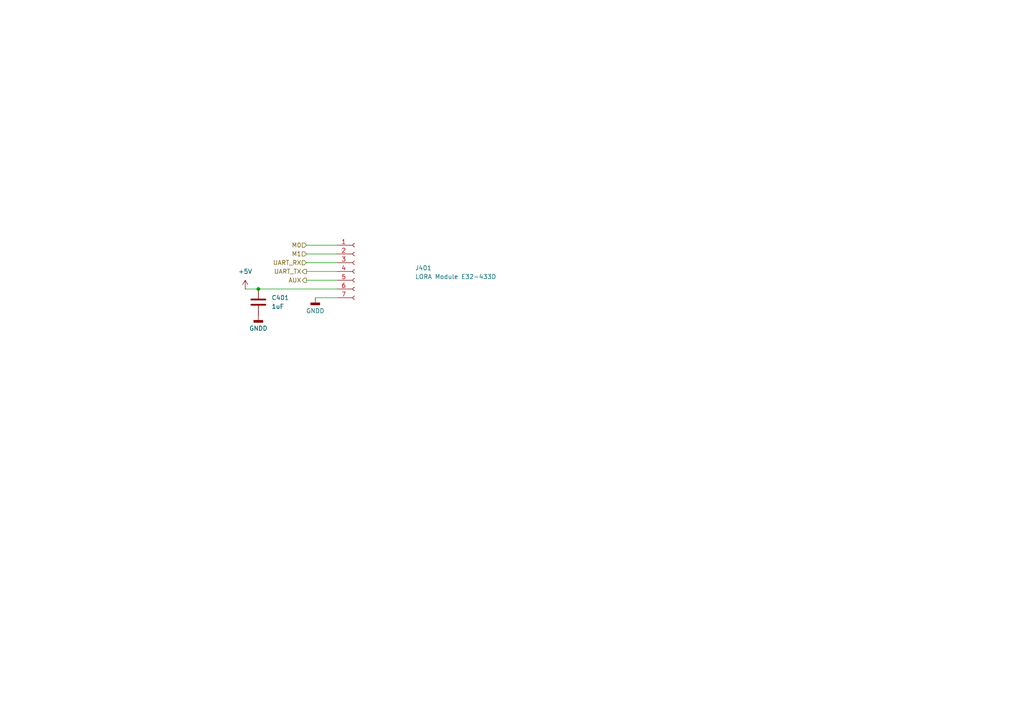
<source format=kicad_sch>
(kicad_sch (version 20231120) (generator "eeschema") (generator_version "8.0")
  (paper "A4")
  (lib_symbols
    (symbol "Connector:Conn_01x07_Socket" (pin_names (offset 1.016) hide)
      (property "Reference" "J" (at 0 10.16 0))
      (property "Value" "Conn_01x07_Socket" (at 0 -10.16 0))
      (symbol "Conn_01x07_Socket_1_1"
        (arc (start 0 -7.112) (mid -0.5058 -7.62) (end 0 -8.128) (stroke (width 0.1524)))
        (arc (start 0 -4.572) (mid -0.5058 -5.08) (end 0 -5.588) (stroke (width 0.1524)))
        (arc (start 0 -2.032) (mid -0.5058 -2.54) (end 0 -3.048) (stroke (width 0.1524)))
        (polyline (pts (xy -1.27 -7.62) (xy -0.508 -7.62)) (stroke (width 0.1524)))
        (polyline (pts (xy -1.27 -5.08) (xy -0.508 -5.08)) (stroke (width 0.1524)))
        (polyline (pts (xy -1.27 -2.54) (xy -0.508 -2.54)) (stroke (width 0.1524)))
        (polyline (pts (xy -1.27 0) (xy -0.508 0)) (stroke (width 0.1524)))
        (polyline (pts (xy -1.27 2.54) (xy -0.508 2.54)) (stroke (width 0.1524)))
        (polyline (pts (xy -1.27 5.08) (xy -0.508 5.08)) (stroke (width 0.1524)))
        (polyline (pts (xy -1.27 7.62) (xy -0.508 7.62)) (stroke (width 0.1524)))
        (arc (start 0 0.508) (mid -0.5058 0) (end 0 -0.508) (stroke (width 0.1524)))
        (arc (start 0 3.048) (mid -0.5058 2.54) (end 0 2.032) (stroke (width 0.1524)))
        (arc (start 0 5.588) (mid -0.5058 5.08) (end 0 4.572) (stroke (width 0.1524)))
        (arc (start 0 8.128) (mid -0.5058 7.62) (end 0 7.112) (stroke (width 0.1524)))
        (pin passive line (at -5.08 7.62 0) (length 3.81) (name "Pin_1") (number "1"))
        (pin passive line (at -5.08 5.08 0) (length 3.81) (name "Pin_2") (number "2"))
        (pin passive line (at -5.08 2.54 0) (length 3.81) (name "Pin_3") (number "3"))
        (pin passive line (at -5.08 0 0) (length 3.81) (name "Pin_4") (number "4"))
        (pin passive line (at -5.08 -2.54 0) (length 3.81) (name "Pin_5") (number "5"))
        (pin passive line (at -5.08 -5.08 0) (length 3.81) (name "Pin_6") (number "6"))
        (pin passive line (at -5.08 -7.62 0) (length 3.81) (name "Pin_7") (number "7"))
      )
    )
    (symbol "Device:C" (pin_numbers hide) (pin_names (offset 0.254))
      (property "Reference" "C" (at 0.635 2.54 0))
      (property "Value" "C" (at 0.635 -2.54 0))
      (symbol "C_0_1"
        (polyline (pts (xy -2.032 -0.762) (xy 2.032 -0.762)) (stroke (width 0.508)))
        (polyline (pts (xy -2.032 0.762) (xy 2.032 0.762)) (stroke (width 0.508)))
      )
      (symbol "C_1_1"
        (pin passive line (at 0 3.81 270) (length 2.794) (name "~") (number "1"))
        (pin passive line (at 0 -3.81 90) (length 2.794) (name "~") (number "2"))
      )
    )
    (symbol "power:+5V" (power) (pin_numbers hide) (pin_names (offset 0) hide)
      (property "Value" "+5V" (at 0 3.556 0))
      (symbol "+5V_0_1"
        (polyline (pts (xy -0.762 1.27) (xy 0 2.54)))
        (polyline (pts (xy 0 0) (xy 0 2.54)))
        (polyline (pts (xy 0 2.54) (xy 0.762 1.27)))
      )
      (symbol "+5V_1_1"
        (pin power_in line (at 0 0 90) (length 0) (name "~") (number "1"))
      )
    )
    (symbol "power:GNDD" (power) (pin_numbers hide) (pin_names (offset 0) hide)
      (property "Value" "GNDD" (at 0 -3.175 0))
      (symbol "GNDD_0_1"
        (rectangle (start -1.27 -1.524) (end 1.27 -2.032) (stroke (width 0.254)) (fill (type outline)))
        (polyline (pts (xy 0 0) (xy 0 -1.524)))
      )
      (symbol "GNDD_1_1"
        (pin power_in line (at 0 0 270) (length 0) (name "~") (number "1"))
      )
    )
  )
  (junction (at 74.93 83.82))
  (wire (pts (xy 71.12 83.82) (xy 74.93 83.82)))
  (wire (pts (xy 91.44 86.36) (xy 97.79 86.36)))
  (wire (pts (xy 88.9 71.12) (xy 97.79 71.12)))
  (wire (pts (xy 88.9 78.74) (xy 97.79 78.74)))
  (wire (pts (xy 88.9 81.28) (xy 97.79 81.28)))
  (wire (pts (xy 88.9 73.66) (xy 97.79 73.66)))
  (wire (pts (xy 74.93 83.82) (xy 97.79 83.82)))
  (wire (pts (xy 88.9 76.2) (xy 97.79 76.2)))
  (hierarchical_label "UART_RX" (shape input) (at 88.9 76.2 180))
  (hierarchical_label "UART_TX" (shape output) (at 88.9 78.74 180))
  (hierarchical_label "M1" (shape input) (at 88.9 73.66 180))
  (hierarchical_label "AUX" (shape output) (at 88.9 81.28 180))
  (hierarchical_label "M0" (shape input) (at 88.9 71.12 180))
  (symbol (lib_id "power:GNDD") (at 91.44 86.36 0) (unit 1)
    (property "Reference" "#PWR0402" (effects (hide yes)))
    (property "Value" "GNDD" (at 91.44 90.17 0))
    (property "Description" "Power symbol creates a global label with name \"GNDD\" , digital ground" (effects (hide yes)))
  )
  (symbol (lib_id "power:GNDD") (at 74.93 91.44 0) (unit 1)
    (property "Reference" "#PWR0403" (effects (hide yes)))
    (property "Value" "GNDD" (at 74.93 95.25 0))
    (property "Description" "Power symbol creates a global label with name \"GNDD\" , digital ground" (effects (hide yes)))
  )
  (symbol (lib_id "Device:C") (at 74.93 87.63 0) (unit 1)
    (property "Reference" "C401" (at 78.74 86.3599 0) (effects (justify left)))
    (property "Value" "1uF" (at 78.74 88.8999 0) (effects (justify left)))
    (property "Footprint" "Capacitor_SMD:C_0603_1608Metric_Pad1.08x0.95mm_HandSolder" (effects (hide yes)))
    (property "Description" "Unpolarized capacitor" (effects (hide yes)))
  )
  (symbol (lib_id "Connector:Conn_01x07_Socket") (at 102.87 78.74 0) (unit 1)
    (property "Reference" "J401" (at 120.396 77.724 0) (effects (justify left)))
    (property "Value" "LORA Module E32-433D" (at 120.396 80.264 0) (effects (justify left)))
    (property "Footprint" "LORA Modules:E32-433T33D" (effects (hide yes)))
    (property "Description" "Generic connector, single row, 01x07, script generated" (effects (hide yes)))
  )
  (symbol (lib_id "power:+5V") (at 71.12 83.82 0) (unit 1)
    (property "Reference" "#PWR0401" (effects (hide yes)))
    (property "Value" "+5V" (at 71.12 78.74 0))
    (property "Description" "Power symbol creates a global label with name \"+5V\"" (effects (hide yes)))
  )
)
</source>
